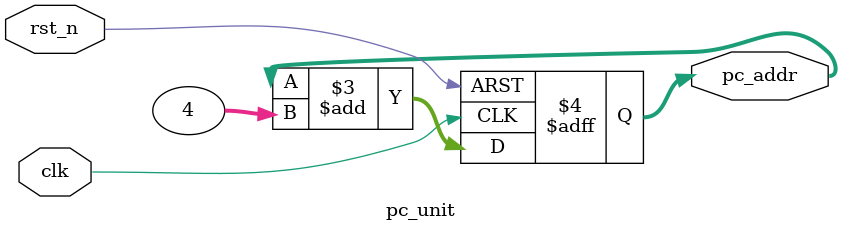
<source format=sv>


module pc_unit (
    input  logic        clk,
    input  logic        rst_n,    // Reset activo-bajo (n = not)
    output logic [31:0] pc_addr
);

    // Lógica de reset asíncrona
    // (Esta es la sintaxis moderna de SystemVerilog para el "always @(posedge clk or negedge rst_n)" del profesor)
    
    always_ff @(posedge clk, negedge rst_n) begin
        if (!rst_n) begin // Si el reset se activa (es 0)
            pc_addr <= 32'b0;
        end else begin
            pc_addr <= pc_addr + 4; // Avanza en cada pulso de reloj
        end
    end

endmodule
</source>
